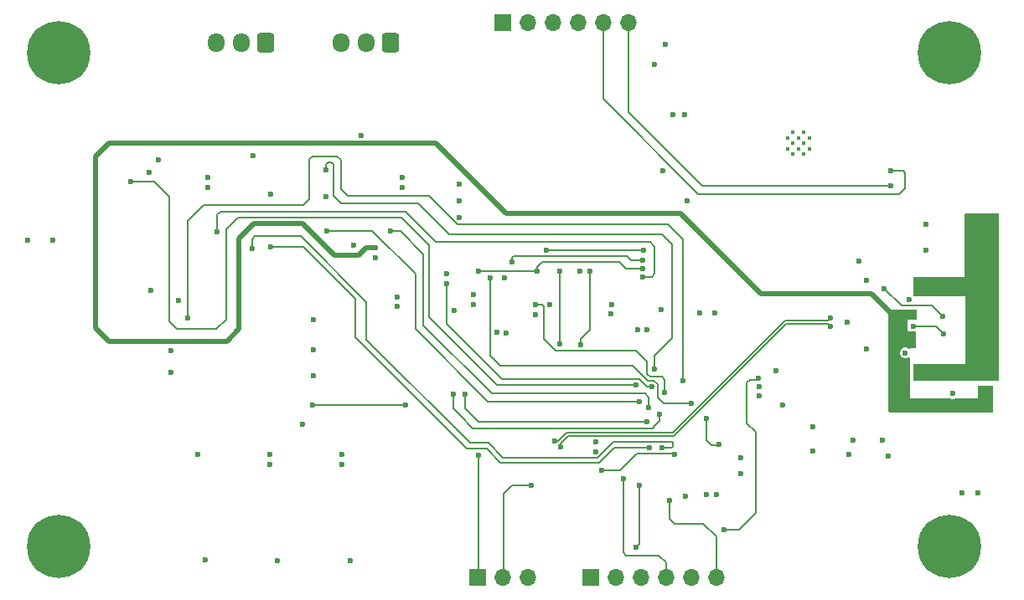
<source format=gbr>
%TF.GenerationSoftware,KiCad,Pcbnew,(7.0.0)*%
%TF.CreationDate,2023-05-17T20:16:57-03:00*%
%TF.ProjectId,d3vk1t,6433766b-3174-42e6-9b69-6361645f7063,rev?*%
%TF.SameCoordinates,Original*%
%TF.FileFunction,Copper,L4,Bot*%
%TF.FilePolarity,Positive*%
%FSLAX46Y46*%
G04 Gerber Fmt 4.6, Leading zero omitted, Abs format (unit mm)*
G04 Created by KiCad (PCBNEW (7.0.0)) date 2023-05-17 20:16:57*
%MOMM*%
%LPD*%
G01*
G04 APERTURE LIST*
G04 Aperture macros list*
%AMRoundRect*
0 Rectangle with rounded corners*
0 $1 Rounding radius*
0 $2 $3 $4 $5 $6 $7 $8 $9 X,Y pos of 4 corners*
0 Add a 4 corners polygon primitive as box body*
4,1,4,$2,$3,$4,$5,$6,$7,$8,$9,$2,$3,0*
0 Add four circle primitives for the rounded corners*
1,1,$1+$1,$2,$3*
1,1,$1+$1,$4,$5*
1,1,$1+$1,$6,$7*
1,1,$1+$1,$8,$9*
0 Add four rect primitives between the rounded corners*
20,1,$1+$1,$2,$3,$4,$5,0*
20,1,$1+$1,$4,$5,$6,$7,0*
20,1,$1+$1,$6,$7,$8,$9,0*
20,1,$1+$1,$8,$9,$2,$3,0*%
G04 Aperture macros list end*
%TA.AperFunction,ComponentPad*%
%ADD10R,1.700000X1.700000*%
%TD*%
%TA.AperFunction,ComponentPad*%
%ADD11O,1.700000X1.700000*%
%TD*%
%TA.AperFunction,ComponentPad*%
%ADD12C,0.400000*%
%TD*%
%TA.AperFunction,ComponentPad*%
%ADD13C,0.800000*%
%TD*%
%TA.AperFunction,ComponentPad*%
%ADD14C,6.400000*%
%TD*%
%TA.AperFunction,ComponentPad*%
%ADD15RoundRect,0.250000X0.600000X0.725000X-0.600000X0.725000X-0.600000X-0.725000X0.600000X-0.725000X0*%
%TD*%
%TA.AperFunction,ComponentPad*%
%ADD16O,1.700000X1.950000*%
%TD*%
%TA.AperFunction,ComponentPad*%
%ADD17O,2.200000X1.200000*%
%TD*%
%TA.AperFunction,ComponentPad*%
%ADD18O,2.700000X1.200000*%
%TD*%
%TA.AperFunction,ComponentPad*%
%ADD19O,2.600000X1.200000*%
%TD*%
%TA.AperFunction,ViaPad*%
%ADD20C,0.600000*%
%TD*%
%TA.AperFunction,Conductor*%
%ADD21C,0.150000*%
%TD*%
%TA.AperFunction,Conductor*%
%ADD22C,0.500000*%
%TD*%
G04 APERTURE END LIST*
D10*
%TO.P,J1,1,Pin_1*%
%TO.N,/mcu/USART1_RX*%
X147319999Y-127099999D03*
D11*
%TO.P,J1,2,Pin_2*%
%TO.N,/mcu/USART1_TX*%
X149859999Y-127099999D03*
%TO.P,J1,3,Pin_3*%
%TO.N,GND*%
X152399999Y-127099999D03*
%TD*%
D12*
%TO.P,U1,28,GND*%
%TO.N,GND*%
X179160000Y-82100000D03*
%TO.P,U1,29,GND*%
X180260000Y-82100000D03*
%TO.P,U1,30,GND*%
X178610000Y-82650000D03*
%TO.P,U1,31,GND*%
X179710000Y-82650000D03*
%TO.P,U1,32,GND*%
X180810000Y-82650000D03*
%TO.P,U1,33,GND*%
X179160000Y-83200000D03*
%TO.P,U1,34,GND*%
X180260000Y-83200000D03*
%TO.P,U1,35,GND*%
X178610000Y-83750000D03*
%TO.P,U1,36,GND*%
X179710000Y-83750000D03*
%TO.P,U1,37,GND*%
X180810000Y-83750000D03*
%TO.P,U1,38,GND*%
X179160000Y-84300000D03*
%TO.P,U1,39,GND*%
X180260000Y-84300000D03*
%TD*%
D13*
%TO.P,H4,1*%
%TO.N,N/C*%
X102600000Y-124000000D03*
X103302944Y-122302944D03*
X103302944Y-125697056D03*
X105000000Y-121600000D03*
D14*
X105000000Y-124000000D03*
D13*
X105000000Y-126400000D03*
X106697056Y-122302944D03*
X106697056Y-125697056D03*
X107400000Y-124000000D03*
%TD*%
D15*
%TO.P,J4,1,Pin_1*%
%TO.N,/comm/CAN_H*%
X138500000Y-73000000D03*
D16*
%TO.P,J4,2,Pin_2*%
%TO.N,/comm/CAN_L*%
X135999999Y-72999999D03*
%TO.P,J4,3,Pin_3*%
%TO.N,GND*%
X133499999Y-72999999D03*
%TD*%
D17*
%TO.P,X1,S1,SHIELD*%
%TO.N,Net-(C13-Pad1)*%
X192639999Y-106319999D03*
%TO.P,X1,S2,SHIELD*%
X192639999Y-97679999D03*
D18*
%TO.P,X1,S3,SHIELD*%
X197999999Y-106319999D03*
D19*
%TO.P,X1,S4,SHIELD*%
X197999999Y-97679999D03*
%TD*%
D10*
%TO.P,J3,1,Pin_1*%
%TO.N,+3.3V*%
X149849999Y-70999999D03*
D11*
%TO.P,J3,2,Pin_2*%
%TO.N,/wifi_ble/DTR*%
X152389999Y-70999999D03*
%TO.P,J3,3,Pin_3*%
%TO.N,GND*%
X154929999Y-70999999D03*
%TO.P,J3,4,Pin_4*%
%TO.N,/wifi_ble/RTS*%
X157469999Y-70999999D03*
%TO.P,J3,5,Pin_5*%
%TO.N,/wifi_ble/ESP_TX*%
X160009999Y-70999999D03*
%TO.P,J3,6,Pin_6*%
%TO.N,/wifi_ble/ESP_RX*%
X162549999Y-70999999D03*
%TD*%
D13*
%TO.P,H2,1*%
%TO.N,N/C*%
X192600000Y-74000000D03*
X193302944Y-72302944D03*
X193302944Y-75697056D03*
X195000000Y-71600000D03*
D14*
X195000000Y-74000000D03*
D13*
X195000000Y-76400000D03*
X196697056Y-72302944D03*
X196697056Y-75697056D03*
X197400000Y-74000000D03*
%TD*%
%TO.P,H3,1*%
%TO.N,N/C*%
X192600000Y-124000000D03*
X193302944Y-122302944D03*
X193302944Y-125697056D03*
X195000000Y-121600000D03*
D14*
X195000000Y-124000000D03*
D13*
X195000000Y-126400000D03*
X196697056Y-122302944D03*
X196697056Y-125697056D03*
X197400000Y-124000000D03*
%TD*%
D15*
%TO.P,J5,1,Pin_1*%
%TO.N,/comm/RS485_B*%
X125900000Y-73000000D03*
D16*
%TO.P,J5,2,Pin_2*%
%TO.N,/comm/RS485_A*%
X123399999Y-72999999D03*
%TO.P,J5,3,Pin_3*%
%TO.N,GND*%
X120899999Y-72999999D03*
%TD*%
D10*
%TO.P,J2,1,Pin_1*%
%TO.N,+3.3V*%
X158699999Y-127099999D03*
D11*
%TO.P,J2,2,Pin_2*%
%TO.N,/mcu/SWCLK*%
X161239999Y-127099999D03*
%TO.P,J2,3,Pin_3*%
%TO.N,GND*%
X163779999Y-127099999D03*
%TO.P,J2,4,Pin_4*%
%TO.N,/mcu/SWDIO*%
X166319999Y-127099999D03*
%TO.P,J2,5,Pin_5*%
%TO.N,/mcu/NRST*%
X168859999Y-127099999D03*
%TO.P,J2,6,Pin_6*%
%TO.N,/mcu/SWO*%
X171399999Y-127099999D03*
%TD*%
D13*
%TO.P,H1,1*%
%TO.N,N/C*%
X102600000Y-74000000D03*
X103302944Y-72302944D03*
X103302944Y-75697056D03*
X105000000Y-71600000D03*
D14*
X105000000Y-74000000D03*
D13*
X105000000Y-76400000D03*
X106697056Y-72302944D03*
X106697056Y-75697056D03*
X107400000Y-74000000D03*
%TD*%
D20*
%TO.N,ACC_INT*%
X170400000Y-111000000D03*
X168900000Y-109500000D03*
%TO.N,GND*%
X114251044Y-98076567D03*
%TO.N,I2C1_SDA*%
X155600000Y-103500000D03*
%TO.N,I2C1_SCL*%
X157700000Y-103600000D03*
X158614406Y-96119476D03*
%TO.N,I2C1_SDA*%
X155600000Y-96100000D03*
X144800000Y-108600000D03*
%TO.N,I2C1_SCL*%
X146000000Y-108600000D03*
%TO.N,GND*%
X185200000Y-113200000D03*
%TO.N,/mcu/USER*%
X175700000Y-107000000D03*
X172200000Y-122300000D03*
%TO.N,GND*%
X115076269Y-84891938D03*
X114063880Y-86155298D03*
%TO.N,+5V*%
X136982166Y-93774328D03*
X189400000Y-101300000D03*
X198600000Y-108700000D03*
X108700000Y-88900000D03*
X198600000Y-109800000D03*
X191200000Y-103500000D03*
X191300000Y-100500000D03*
%TO.N,+3.3V*%
X134400000Y-125410000D03*
X146877611Y-98520000D03*
X169743684Y-100347445D03*
X153170895Y-100503881D03*
X188200000Y-113200000D03*
X139170223Y-99669851D03*
X166000000Y-86000000D03*
X171409073Y-118728029D03*
X168222144Y-80297231D03*
X173891529Y-115034550D03*
X144160508Y-96357987D03*
X163434337Y-102075010D03*
X159200000Y-114400000D03*
X129600000Y-111600000D03*
X120041458Y-86618799D03*
X116300000Y-106400000D03*
X188800000Y-114800000D03*
X130700000Y-104100000D03*
X130700000Y-101000000D03*
X160800000Y-99500000D03*
X149249700Y-102340348D03*
X175720000Y-107800000D03*
X130700000Y-106700000D03*
X139633323Y-86661716D03*
X117100000Y-99100000D03*
X157584925Y-96125671D03*
X165200070Y-75228061D03*
X133580000Y-114700000D03*
%TO.N,GND*%
X145400000Y-89000000D03*
X119800000Y-125300000D03*
X181174755Y-114350910D03*
X184800000Y-114700000D03*
X192600000Y-93988663D03*
X197800000Y-118600000D03*
X127100000Y-125410000D03*
X196200000Y-118600000D03*
X173900000Y-116600000D03*
X139633323Y-87661219D03*
X139160099Y-98722487D03*
X181183332Y-111850620D03*
X146860221Y-99470223D03*
X168300000Y-118900000D03*
X120058764Y-87618152D03*
X177400000Y-106200000D03*
X178100000Y-109700000D03*
X145400000Y-90700000D03*
X184600000Y-101300000D03*
X104400000Y-93000000D03*
X126400000Y-88300000D03*
X164414337Y-102080336D03*
X144900000Y-100100000D03*
X186600000Y-104000000D03*
X175740224Y-108776567D03*
X167040598Y-80253165D03*
X190900000Y-99000000D03*
X166300000Y-73200000D03*
X171282032Y-100359902D03*
X160790614Y-100456729D03*
X192600000Y-91388663D03*
X150211045Y-102351691D03*
X116300000Y-104200000D03*
X165800000Y-100000000D03*
X124600000Y-84400000D03*
X135500000Y-82400000D03*
X190500000Y-104400000D03*
X185791716Y-95126591D03*
X159200000Y-113400000D03*
X168500000Y-89000000D03*
X170429073Y-118746985D03*
X150000000Y-96800000D03*
X118980000Y-114700000D03*
X154600000Y-99500000D03*
X126280000Y-114700000D03*
X134761716Y-93519104D03*
X101800000Y-93000000D03*
X195300000Y-108500000D03*
X136982166Y-94801605D03*
X145400000Y-87300000D03*
X186600126Y-97020430D03*
X131980288Y-88592573D03*
%TO.N,Net-(C13-Pad1)*%
X197972148Y-91700000D03*
X197972148Y-94300000D03*
%TO.N,/mcu/USER*%
X126280000Y-115700000D03*
%TO.N,/mcu/BOOT0*%
X133580000Y-115700000D03*
%TO.N,ACC_INT*%
X171700000Y-113636886D03*
X148600000Y-96800000D03*
%TO.N,ACC_CS*%
X153170895Y-99488656D03*
X166200000Y-108400000D03*
%TO.N,BARO_CS*%
X144135721Y-97381094D03*
X164900000Y-107800000D03*
%TO.N,SDIO_DET*%
X168000000Y-107200000D03*
X118000000Y-100900000D03*
%TO.N,SPI1_CLK*%
X164100000Y-94000000D03*
X154200000Y-94000000D03*
%TO.N,SPI1_MISO*%
X164000000Y-95000000D03*
X150750000Y-95200000D03*
%TO.N,SPI1_MOSI*%
X153300000Y-96100000D03*
X164000000Y-95900000D03*
X147400000Y-96100000D03*
%TO.N,USART3_RX*%
X121000000Y-92100000D03*
X164000000Y-96700000D03*
%TO.N,CAN_STB*%
X131980289Y-85877886D03*
X165156716Y-106054626D03*
%TO.N,BUZZER*%
X112240596Y-87091120D03*
X163296182Y-107650174D03*
%TO.N,SDIO_D2*%
X140000000Y-109700000D03*
X130600000Y-109700000D03*
%TO.N,/mcu/USART1_RX*%
X147367331Y-114789774D03*
%TO.N,USB_N*%
X182900000Y-100875000D03*
X155099479Y-113299479D03*
%TO.N,USB_P*%
X155700521Y-113900521D03*
X182900000Y-101725000D03*
%TO.N,/mcu/SWDIO*%
X162000000Y-117100000D03*
%TO.N,/mcu/SWCLK*%
X163300000Y-124100000D03*
X163657863Y-117829357D03*
%TO.N,/mcu/USART1_TX*%
X152700000Y-117800000D03*
%TO.N,USART3_TX*%
X126400000Y-93700000D03*
X164647206Y-114020430D03*
%TO.N,RS485_DE*%
X124500000Y-93800000D03*
X165900000Y-114025500D03*
%TO.N,/mcu/SWO*%
X166649475Y-119300000D03*
%TO.N,SDIO_D0*%
X159800000Y-116300000D03*
X167155545Y-114639837D03*
%TO.N,I2C1_SCL*%
X164400000Y-111400000D03*
%TO.N,I2C1_SDA*%
X165700000Y-110600000D03*
%TO.N,CAN1_RX*%
X138492578Y-92067320D03*
X164600000Y-109900000D03*
%TO.N,CAN1_TX*%
X163600000Y-109300000D03*
X132013324Y-92066687D03*
%TO.N,/usb/USB_CON_N*%
X194400000Y-102500000D03*
X191300000Y-101700000D03*
%TO.N,/wifi_ble/ESP_TX*%
X189000000Y-86000000D03*
%TO.N,/wifi_ble/ESP_RX*%
X189000000Y-87500000D03*
%TO.N,Net-(X1-CC2)*%
X188400000Y-97900000D03*
X194300000Y-100700000D03*
%TD*%
D21*
%TO.N,/mcu/USART1_TX*%
X149915000Y-118685000D02*
X149915000Y-126900000D01*
X150800000Y-117800000D02*
X149915000Y-118685000D01*
X152700000Y-117800000D02*
X150800000Y-117800000D01*
D22*
%TO.N,+5V*%
X108700000Y-101900000D02*
X108700000Y-88900000D01*
X110000000Y-103200000D02*
X108700000Y-101900000D01*
X122000000Y-103200000D02*
X110000000Y-103200000D01*
X124700000Y-91300000D02*
X123200000Y-92800000D01*
X132800000Y-94500000D02*
X129600000Y-91300000D01*
X129600000Y-91300000D02*
X124700000Y-91300000D01*
X123200000Y-92800000D02*
X123200000Y-102000000D01*
X135300000Y-94500000D02*
X132800000Y-94500000D01*
X123200000Y-102000000D02*
X122000000Y-103200000D01*
X136982166Y-93774328D02*
X136025672Y-93774328D01*
X136025672Y-93774328D02*
X135300000Y-94500000D01*
D21*
%TO.N,RS485_DE*%
X124500000Y-92900000D02*
X124500000Y-93800000D01*
X124800000Y-92600000D02*
X124500000Y-92900000D01*
X129400000Y-92600000D02*
X124800000Y-92600000D01*
X136050000Y-99250000D02*
X129400000Y-92600000D01*
X136050000Y-103050000D02*
X136050000Y-99250000D01*
X146500000Y-113500000D02*
X136050000Y-103050000D01*
X148400000Y-113500000D02*
X146500000Y-113500000D01*
X149875000Y-114975000D02*
X148400000Y-113500000D01*
X159438173Y-114975000D02*
X149875000Y-114975000D01*
X166900000Y-113400000D02*
X161000000Y-113400000D01*
X167000000Y-113900000D02*
X167000000Y-113500000D01*
X160000000Y-114413173D02*
X159438173Y-114975000D01*
X166874500Y-114025500D02*
X167000000Y-113900000D01*
X167000000Y-113500000D02*
X166900000Y-113400000D01*
X165900000Y-114025500D02*
X166874500Y-114025500D01*
X161000000Y-113400000D02*
X160000000Y-114400000D01*
X160000000Y-114400000D02*
X160000000Y-114413173D01*
%TO.N,USART3_TX*%
X148200000Y-114100000D02*
X149600000Y-115500000D01*
X149600000Y-115500000D02*
X159600000Y-115500000D01*
X159600000Y-115500000D02*
X161079570Y-114020430D01*
X134900000Y-98900000D02*
X134900000Y-102800000D01*
X161079570Y-114020430D02*
X164647206Y-114020430D01*
X134900000Y-102800000D02*
X146200000Y-114100000D01*
X129700000Y-93700000D02*
X134900000Y-98900000D01*
X146200000Y-114100000D02*
X148200000Y-114100000D01*
X126400000Y-93700000D02*
X129700000Y-93700000D01*
D22*
%TO.N,+5V*%
X108700000Y-84500000D02*
X108700000Y-88900000D01*
X150200000Y-90300000D02*
X143050000Y-83150000D01*
X167800000Y-90300000D02*
X150200000Y-90300000D01*
X110050000Y-83150000D02*
X108700000Y-84500000D01*
X187100000Y-98400000D02*
X175900000Y-98400000D01*
X175900000Y-98400000D02*
X167800000Y-90300000D01*
X143050000Y-83150000D02*
X110050000Y-83150000D01*
X189400000Y-100700000D02*
X187100000Y-98400000D01*
X189400000Y-101300000D02*
X189400000Y-100700000D01*
D21*
%TO.N,ACC_INT*%
X148600000Y-104700000D02*
X148600000Y-96800000D01*
X164500000Y-107200000D02*
X163000000Y-105700000D01*
X149600000Y-105700000D02*
X148600000Y-104700000D01*
X165113173Y-107200000D02*
X164500000Y-107200000D01*
X165475000Y-108925000D02*
X165475000Y-107561827D01*
X163000000Y-105700000D02*
X149600000Y-105700000D01*
X166050000Y-109500000D02*
X165475000Y-108925000D01*
X165475000Y-107561827D02*
X165113173Y-107200000D01*
X168900000Y-109500000D02*
X166050000Y-109500000D01*
X171636886Y-113700000D02*
X171700000Y-113636886D01*
X170400000Y-113200000D02*
X170900000Y-113700000D01*
X170400000Y-111000000D02*
X170400000Y-113200000D01*
X170900000Y-113700000D02*
X171636886Y-113700000D01*
%TO.N,BARO_CS*%
X149775174Y-107075174D02*
X144135721Y-101435721D01*
X163675174Y-107075174D02*
X149775174Y-107075174D01*
X164400000Y-107800000D02*
X163675174Y-107075174D01*
X144135721Y-101435721D02*
X144135721Y-97381094D01*
X164900000Y-107800000D02*
X164400000Y-107800000D01*
%TO.N,USB_N*%
X167002512Y-112450000D02*
X156302513Y-112450000D01*
X182900000Y-100875000D02*
X182650000Y-101125000D01*
X182650000Y-101125000D02*
X178327512Y-101125000D01*
X178327512Y-101125000D02*
X167002512Y-112450000D01*
X156302513Y-112450000D02*
X155453033Y-113299479D01*
X155453033Y-113299479D02*
X155099479Y-113299479D01*
%TO.N,USB_P*%
X182900000Y-101725000D02*
X182650000Y-101475000D01*
X178472488Y-101475000D02*
X167147488Y-112800000D01*
X182650000Y-101475000D02*
X178472488Y-101475000D01*
X155700521Y-113546967D02*
X155700521Y-113900521D01*
X167147488Y-112800000D02*
X156447488Y-112800000D01*
X156447488Y-112800000D02*
X155700521Y-113546967D01*
%TO.N,BUZZER*%
X121900000Y-101000000D02*
X121900000Y-92500000D01*
X120900000Y-102000000D02*
X121900000Y-101000000D01*
X116100000Y-88600000D02*
X116100000Y-101200000D01*
X116900000Y-102000000D02*
X120900000Y-102000000D01*
X114591120Y-87091120D02*
X116100000Y-88600000D01*
X116100000Y-101200000D02*
X116900000Y-102000000D01*
X112240596Y-87091120D02*
X114591120Y-87091120D01*
%TO.N,I2C1_SCL*%
X158614406Y-102085594D02*
X158614406Y-96119476D01*
X157700000Y-103000000D02*
X158614406Y-102085594D01*
X157700000Y-103600000D02*
X157700000Y-103000000D01*
%TO.N,I2C1_SDA*%
X155600000Y-96100000D02*
X155600000Y-103500000D01*
X144800000Y-110000000D02*
X144800000Y-108600000D01*
X146800000Y-112000000D02*
X145500000Y-110700000D01*
X162900000Y-112000000D02*
X146800000Y-112000000D01*
X145500000Y-110700000D02*
X144800000Y-110000000D01*
X165700000Y-111300000D02*
X165200000Y-111800000D01*
X165200000Y-111800000D02*
X165000000Y-112000000D01*
X165000000Y-112000000D02*
X162900000Y-112000000D01*
X165700000Y-110600000D02*
X165700000Y-111300000D01*
%TO.N,I2C1_SCL*%
X146000000Y-110000000D02*
X146000000Y-108600000D01*
X147400000Y-111400000D02*
X146000000Y-110000000D01*
X164400000Y-111400000D02*
X147400000Y-111400000D01*
%TO.N,CAN1_TX*%
X148300000Y-109300000D02*
X163600000Y-109300000D01*
X136666687Y-92066687D02*
X141000000Y-96400000D01*
X141000000Y-102000000D02*
X148300000Y-109300000D01*
X132013324Y-92066687D02*
X136666687Y-92066687D01*
X141000000Y-96400000D02*
X141000000Y-102000000D01*
%TO.N,CAN1_RX*%
X141800000Y-94400000D02*
X139467320Y-92067320D01*
X148700000Y-108500000D02*
X141800000Y-101600000D01*
X139467320Y-92067320D02*
X138492578Y-92067320D01*
X164200000Y-108500000D02*
X148700000Y-108500000D01*
X164600000Y-108900000D02*
X164200000Y-108500000D01*
X141800000Y-101600000D02*
X141800000Y-94400000D01*
X164600000Y-109900000D02*
X164600000Y-108900000D01*
%TO.N,BUZZER*%
X121900000Y-91900000D02*
X121900000Y-92500000D01*
X142400000Y-93500000D02*
X139600000Y-90700000D01*
X123100000Y-90700000D02*
X121900000Y-91900000D01*
X142400000Y-100800000D02*
X142400000Y-93500000D01*
X149250174Y-107650174D02*
X142400000Y-100800000D01*
X139600000Y-90700000D02*
X123100000Y-90700000D01*
X163296182Y-107650174D02*
X149250174Y-107650174D01*
%TO.N,SDIO_DET*%
X119600000Y-89400000D02*
X118000000Y-91000000D01*
X129700000Y-89400000D02*
X119600000Y-89400000D01*
X130300000Y-88800000D02*
X129700000Y-89400000D01*
X130300000Y-84800000D02*
X130300000Y-88800000D01*
X130600000Y-84500000D02*
X130300000Y-84800000D01*
X133100000Y-84500000D02*
X130600000Y-84500000D01*
X133500000Y-84900000D02*
X133100000Y-84500000D01*
X133500000Y-87800000D02*
X133500000Y-84900000D01*
X134200000Y-88500000D02*
X133500000Y-87800000D01*
X118000000Y-91000000D02*
X118000000Y-100900000D01*
X145286827Y-91400000D02*
X142386827Y-88500000D01*
X166500000Y-91400000D02*
X145286827Y-91400000D01*
X142386827Y-88500000D02*
X134200000Y-88500000D01*
X168000000Y-107200000D02*
X168000000Y-92900000D01*
X168000000Y-92900000D02*
X166500000Y-91400000D01*
%TO.N,CAN_STB*%
X132700000Y-88500000D02*
X132700000Y-87100000D01*
X165900000Y-92400000D02*
X144400000Y-92400000D01*
X141300000Y-89300000D02*
X133500000Y-89300000D01*
X166900000Y-102900000D02*
X166900000Y-93400000D01*
X133500000Y-89300000D02*
X132700000Y-88500000D01*
X165156716Y-104643284D02*
X166900000Y-102900000D01*
X165156716Y-106054626D02*
X165156716Y-104643284D01*
X166900000Y-93400000D02*
X165900000Y-92400000D01*
X144400000Y-92400000D02*
X141300000Y-89300000D01*
%TO.N,/mcu/SWO*%
X171400000Y-123000000D02*
X171400000Y-127100000D01*
X167200000Y-121700000D02*
X170100000Y-121700000D01*
X166649475Y-121149475D02*
X167200000Y-121700000D01*
X166649475Y-119300000D02*
X166649475Y-121149475D01*
X170100000Y-121700000D02*
X171400000Y-123000000D01*
%TO.N,/mcu/USER*%
X175600000Y-107100000D02*
X175700000Y-107000000D01*
X174800000Y-107100000D02*
X175600000Y-107100000D01*
X174500000Y-107400000D02*
X174800000Y-107100000D01*
X174500000Y-111500000D02*
X174500000Y-107400000D01*
X175400000Y-112400000D02*
X174500000Y-111500000D01*
X175400000Y-120600000D02*
X175400000Y-112400000D01*
X173700000Y-122300000D02*
X175400000Y-120600000D01*
X172200000Y-122300000D02*
X173700000Y-122300000D01*
%TO.N,/mcu/SWCLK*%
X163657863Y-123742137D02*
X163657863Y-117829357D01*
X163300000Y-124100000D02*
X163657863Y-123742137D01*
%TO.N,/mcu/SWDIO*%
X166320000Y-125600000D02*
X166320000Y-127100000D01*
X162000000Y-124600000D02*
X162300000Y-124900000D01*
X162000000Y-117100000D02*
X162000000Y-124600000D01*
X162300000Y-124900000D02*
X165620000Y-124900000D01*
X165620000Y-124900000D02*
X166320000Y-125600000D01*
%TO.N,BUZZER*%
X121900000Y-92500000D02*
X121900000Y-93200000D01*
%TO.N,ACC_CS*%
X166200000Y-107100000D02*
X166200000Y-108400000D01*
X164700000Y-106800000D02*
X165900000Y-106800000D01*
X154000000Y-103000000D02*
X155200000Y-104200000D01*
X154000000Y-99700000D02*
X154000000Y-103000000D01*
X164400000Y-106500000D02*
X164700000Y-106800000D01*
X153788656Y-99488656D02*
X154000000Y-99700000D01*
X165900000Y-106800000D02*
X166200000Y-107100000D01*
X155200000Y-104200000D02*
X163300000Y-104200000D01*
X153170895Y-99488656D02*
X153788656Y-99488656D01*
X163300000Y-104200000D02*
X164400000Y-105300000D01*
X164400000Y-105300000D02*
X164400000Y-106500000D01*
%TO.N,SPI1_CLK*%
X164100000Y-94000000D02*
X154200000Y-94000000D01*
%TO.N,SPI1_MISO*%
X150900000Y-94600000D02*
X162400000Y-94600000D01*
X150750000Y-95200000D02*
X150750000Y-94750000D01*
X162800000Y-95000000D02*
X164000000Y-95000000D01*
X162400000Y-94600000D02*
X162800000Y-95000000D01*
X150750000Y-94750000D02*
X150900000Y-94600000D01*
%TO.N,SPI1_MOSI*%
X147400000Y-96100000D02*
X153300000Y-96100000D01*
X161600000Y-95200000D02*
X153800000Y-95200000D01*
X164000000Y-95900000D02*
X162300000Y-95900000D01*
X162300000Y-95900000D02*
X161600000Y-95200000D01*
X153800000Y-95200000D02*
X153300000Y-95700000D01*
X153300000Y-95700000D02*
X153300000Y-96100000D01*
%TO.N,USART3_RX*%
X121000000Y-91900000D02*
X121000000Y-92100000D01*
X121100000Y-90300000D02*
X121000000Y-90400000D01*
X164000000Y-96700000D02*
X164900000Y-96700000D01*
X165100000Y-93600000D02*
X164700000Y-93200000D01*
X164700000Y-93200000D02*
X163600000Y-93200000D01*
X125000000Y-90100000D02*
X121300000Y-90100000D01*
X143100000Y-93200000D02*
X140000000Y-90100000D01*
X140000000Y-90100000D02*
X125000000Y-90100000D01*
X165200000Y-96400000D02*
X165200000Y-93700000D01*
X164900000Y-96700000D02*
X165200000Y-96400000D01*
X121000000Y-90400000D02*
X121000000Y-91900000D01*
X163600000Y-93200000D02*
X143100000Y-93200000D01*
X165200000Y-93700000D02*
X165100000Y-93600000D01*
X121300000Y-90100000D02*
X121100000Y-90300000D01*
%TO.N,CAN_STB*%
X132700000Y-85300000D02*
X132500000Y-85100000D01*
X132500000Y-85100000D02*
X132200000Y-85100000D01*
X132700000Y-87600000D02*
X132700000Y-87100000D01*
X132700000Y-87100000D02*
X132700000Y-85300000D01*
X131980289Y-85877886D02*
X131980289Y-85319711D01*
X131980289Y-85319711D02*
X132200000Y-85100000D01*
%TO.N,SDIO_D2*%
X140000000Y-109700000D02*
X130600000Y-109700000D01*
%TO.N,/mcu/USART1_RX*%
X147367331Y-114789774D02*
X147375000Y-114797443D01*
X147375000Y-114797443D02*
X147375000Y-126900000D01*
%TO.N,SDIO_D0*%
X159800000Y-116300000D02*
X161700000Y-116300000D01*
X167115708Y-114600000D02*
X167155545Y-114639837D01*
X161700000Y-116300000D02*
X163400000Y-114600000D01*
X163400000Y-114600000D02*
X167115708Y-114600000D01*
%TO.N,/usb/USB_CON_N*%
X193600000Y-101700000D02*
X191300000Y-101700000D01*
X194400000Y-102500000D02*
X193600000Y-101700000D01*
%TO.N,/wifi_ble/ESP_TX*%
X169600000Y-88300000D02*
X189900000Y-88300000D01*
X160010000Y-78710000D02*
X169600000Y-88300000D01*
X160010000Y-71000000D02*
X160010000Y-78710000D01*
X190500000Y-87700000D02*
X190500000Y-86200000D01*
X190500000Y-86200000D02*
X190300000Y-86000000D01*
X189900000Y-88300000D02*
X190500000Y-87700000D01*
X190300000Y-86000000D02*
X189000000Y-86000000D01*
%TO.N,/wifi_ble/ESP_RX*%
X162550000Y-71000000D02*
X162550000Y-80050000D01*
X170000000Y-87500000D02*
X189000000Y-87500000D01*
X162550000Y-80050000D02*
X170000000Y-87500000D01*
%TO.N,Net-(X1-CC2)*%
X193200000Y-99600000D02*
X194300000Y-100700000D01*
X190100000Y-99600000D02*
X193200000Y-99600000D01*
X188400000Y-97900000D02*
X190100000Y-99600000D01*
%TD*%
%TA.AperFunction,Conductor*%
%TO.N,Net-(C13-Pad1)*%
G36*
X199937500Y-90316613D02*
G01*
X199982887Y-90362000D01*
X199999500Y-90424000D01*
X199999500Y-107076000D01*
X199982887Y-107138000D01*
X199937500Y-107183387D01*
X199875500Y-107200000D01*
X191424000Y-107200000D01*
X191362000Y-107183387D01*
X191316613Y-107138000D01*
X191300000Y-107076000D01*
X191300000Y-105624000D01*
X191316613Y-105562000D01*
X191362000Y-105516613D01*
X191424000Y-105500000D01*
X196583674Y-105500000D01*
X196600000Y-105500000D01*
X196600000Y-98700000D01*
X196583674Y-98700000D01*
X191424842Y-98700000D01*
X191370006Y-98687216D01*
X191326477Y-98651500D01*
X191325635Y-98650403D01*
X191306583Y-98614770D01*
X191300000Y-98574903D01*
X191300000Y-96824000D01*
X191316613Y-96762000D01*
X191362000Y-96716613D01*
X191424000Y-96700000D01*
X196483674Y-96700000D01*
X196500000Y-96700000D01*
X196500000Y-90424000D01*
X196516613Y-90362000D01*
X196562000Y-90316613D01*
X196624000Y-90300000D01*
X199875500Y-90300000D01*
X199937500Y-90316613D01*
G37*
%TD.AperFunction*%
%TD*%
%TA.AperFunction,Conductor*%
%TO.N,+5V*%
G36*
X191596091Y-100009439D02*
G01*
X191636319Y-100036319D01*
X191663681Y-100063681D01*
X191690561Y-100103909D01*
X191700000Y-100151362D01*
X191700000Y-100876000D01*
X191683387Y-100938000D01*
X191638000Y-100983387D01*
X191576000Y-101000000D01*
X190700000Y-101000000D01*
X190700000Y-102100000D01*
X190800000Y-102200000D01*
X191043917Y-102200000D01*
X191091369Y-102209439D01*
X191156291Y-102236330D01*
X191300000Y-102255250D01*
X191443709Y-102236330D01*
X191446709Y-102235087D01*
X191500193Y-102233337D01*
X191551487Y-102256579D01*
X191587212Y-102300111D01*
X191600000Y-102354954D01*
X191600000Y-103776000D01*
X191583387Y-103838000D01*
X191538000Y-103883387D01*
X191476000Y-103900000D01*
X191000000Y-103900000D01*
X191000000Y-103905974D01*
X190990021Y-103915953D01*
X190980207Y-103933612D01*
X190929563Y-103966263D01*
X190869507Y-103971187D01*
X190814221Y-103947219D01*
X190784076Y-103924088D01*
X190784070Y-103924084D01*
X190777625Y-103919139D01*
X190691311Y-103883387D01*
X190651223Y-103866782D01*
X190651220Y-103866781D01*
X190643709Y-103863670D01*
X190635649Y-103862608D01*
X190635646Y-103862608D01*
X190508059Y-103845811D01*
X190500000Y-103844750D01*
X190491941Y-103845811D01*
X190364353Y-103862608D01*
X190364348Y-103862609D01*
X190356291Y-103863670D01*
X190348781Y-103866780D01*
X190348776Y-103866782D01*
X190229885Y-103916028D01*
X190229883Y-103916029D01*
X190222375Y-103919139D01*
X190215933Y-103924082D01*
X190215928Y-103924085D01*
X190113821Y-104002435D01*
X190113817Y-104002438D01*
X190107379Y-104007379D01*
X190102438Y-104013817D01*
X190102435Y-104013821D01*
X190024085Y-104115928D01*
X190024082Y-104115933D01*
X190019139Y-104122375D01*
X190016029Y-104129883D01*
X190016028Y-104129885D01*
X189966782Y-104248776D01*
X189966780Y-104248781D01*
X189963670Y-104256291D01*
X189962609Y-104264348D01*
X189962608Y-104264353D01*
X189945811Y-104391941D01*
X189944750Y-104400000D01*
X189963670Y-104543709D01*
X190019139Y-104677625D01*
X190107379Y-104792621D01*
X190222375Y-104880861D01*
X190356291Y-104936330D01*
X190500000Y-104955250D01*
X190643709Y-104936330D01*
X190777625Y-104880861D01*
X190800512Y-104863298D01*
X190863845Y-104838271D01*
X190930843Y-104850461D01*
X190981301Y-104896193D01*
X191000000Y-104961674D01*
X191000000Y-109000000D01*
X191016326Y-109000000D01*
X195043917Y-109000000D01*
X195091369Y-109009439D01*
X195156291Y-109036330D01*
X195300000Y-109055250D01*
X195443709Y-109036330D01*
X195508630Y-109009439D01*
X195556083Y-109000000D01*
X197783674Y-109000000D01*
X197800000Y-109000000D01*
X197800000Y-107824000D01*
X197816613Y-107762000D01*
X197862000Y-107716613D01*
X197924000Y-107700000D01*
X199276000Y-107700000D01*
X199338000Y-107716613D01*
X199383387Y-107762000D01*
X199400000Y-107824000D01*
X199400000Y-110276000D01*
X199383387Y-110338000D01*
X199338000Y-110383387D01*
X199276000Y-110400000D01*
X188924000Y-110400000D01*
X188862000Y-110383387D01*
X188816613Y-110338000D01*
X188800000Y-110276000D01*
X188800000Y-100251362D01*
X188809439Y-100203909D01*
X188836319Y-100163681D01*
X188963681Y-100036319D01*
X189003909Y-100009439D01*
X189051362Y-100000000D01*
X191548638Y-100000000D01*
X191596091Y-100009439D01*
G37*
%TD.AperFunction*%
%TD*%
M02*

</source>
